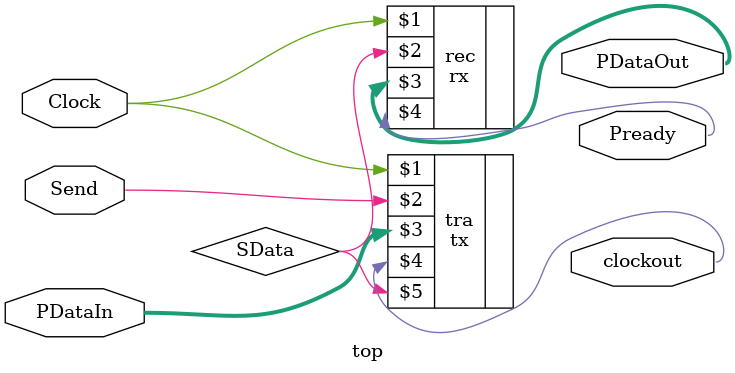
<source format=v>
module top(Clock, Send, PDataIn,clockout, PDataOut, Pready);
input Clock, Send;
input [7:0] PDataIn;
output Pready,clockout;
output [7:0] PDataOut;

wire SData, Clock;

tx tra(Clock,Send,PDataIn,clockout,SData);
rx rec(Clock,SData,PDataOut,Pready);

endmodule
</source>
